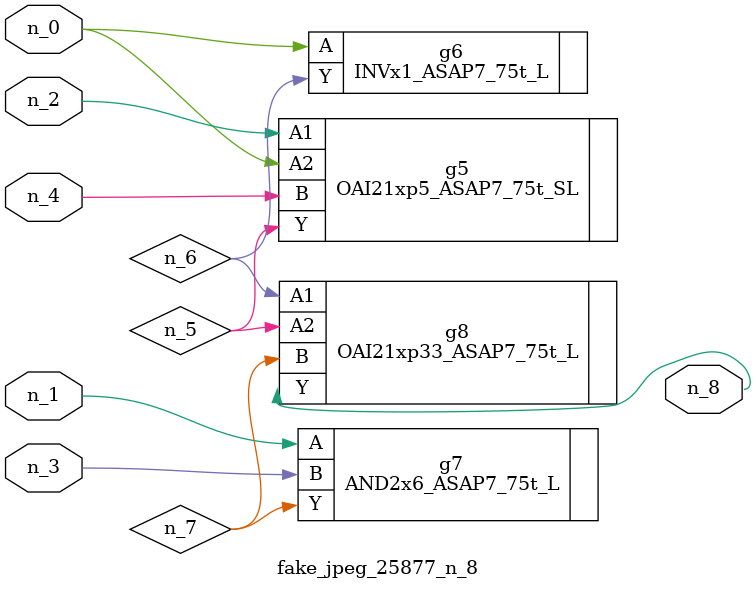
<source format=v>
module fake_jpeg_25877_n_8 (n_3, n_2, n_1, n_0, n_4, n_8);

input n_3;
input n_2;
input n_1;
input n_0;
input n_4;

output n_8;

wire n_6;
wire n_5;
wire n_7;

OAI21xp5_ASAP7_75t_SL g5 ( 
.A1(n_2),
.A2(n_0),
.B(n_4),
.Y(n_5)
);

INVx1_ASAP7_75t_L g6 ( 
.A(n_0),
.Y(n_6)
);

AND2x6_ASAP7_75t_L g7 ( 
.A(n_1),
.B(n_3),
.Y(n_7)
);

OAI21xp33_ASAP7_75t_L g8 ( 
.A1(n_6),
.A2(n_5),
.B(n_7),
.Y(n_8)
);


endmodule
</source>
